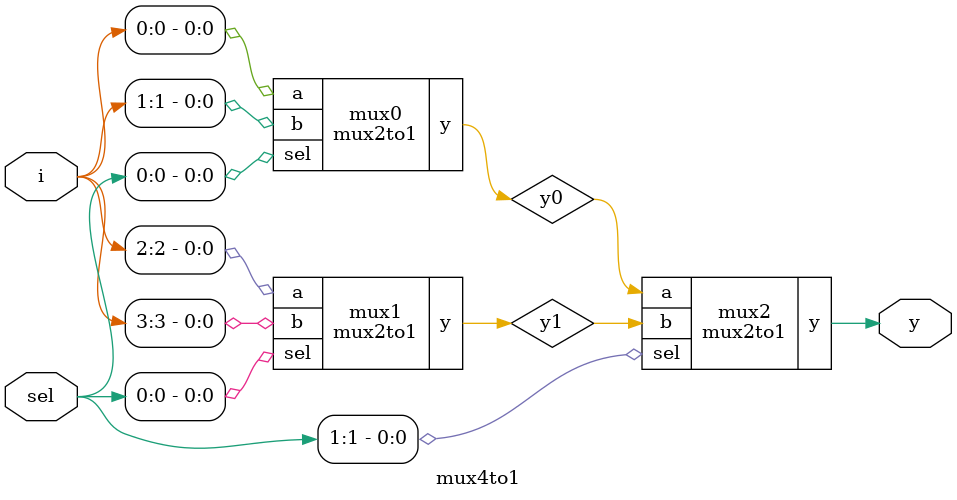
<source format=v>
module mux2to1 (
    input wire a,      // First input
    input wire b,      // Second input
    input wire sel,    // Select line
    output wire y      // Output
);
    assign y = (sel) ? b : a;
endmodule


module mux4to1 (
    input wire [3:0] i,   // 4-bit input
    input wire [1:0] sel, // 2-bit select input
    output wire y         // Output
);
    wire y0, y1;          // Intermediate wires

    // Instantiate first level of 2:1 multiplexers
    mux2to1 mux0 (
        .a(i[0]),
        .b(i[1]),
        .sel(sel[0]),
        .y(y0)
    );

    mux2to1 mux1 (
        .a(i[2]),
        .b(i[3]),
        .sel(sel[0]),
        .y(y1)
    );

    // Instantiate second level of 2:1 multiplexer
    mux2to1 mux2 (
        .a(y0),
        .b(y1),
        .sel(sel[1]),
        .y(y)
    );
endmodule

</source>
